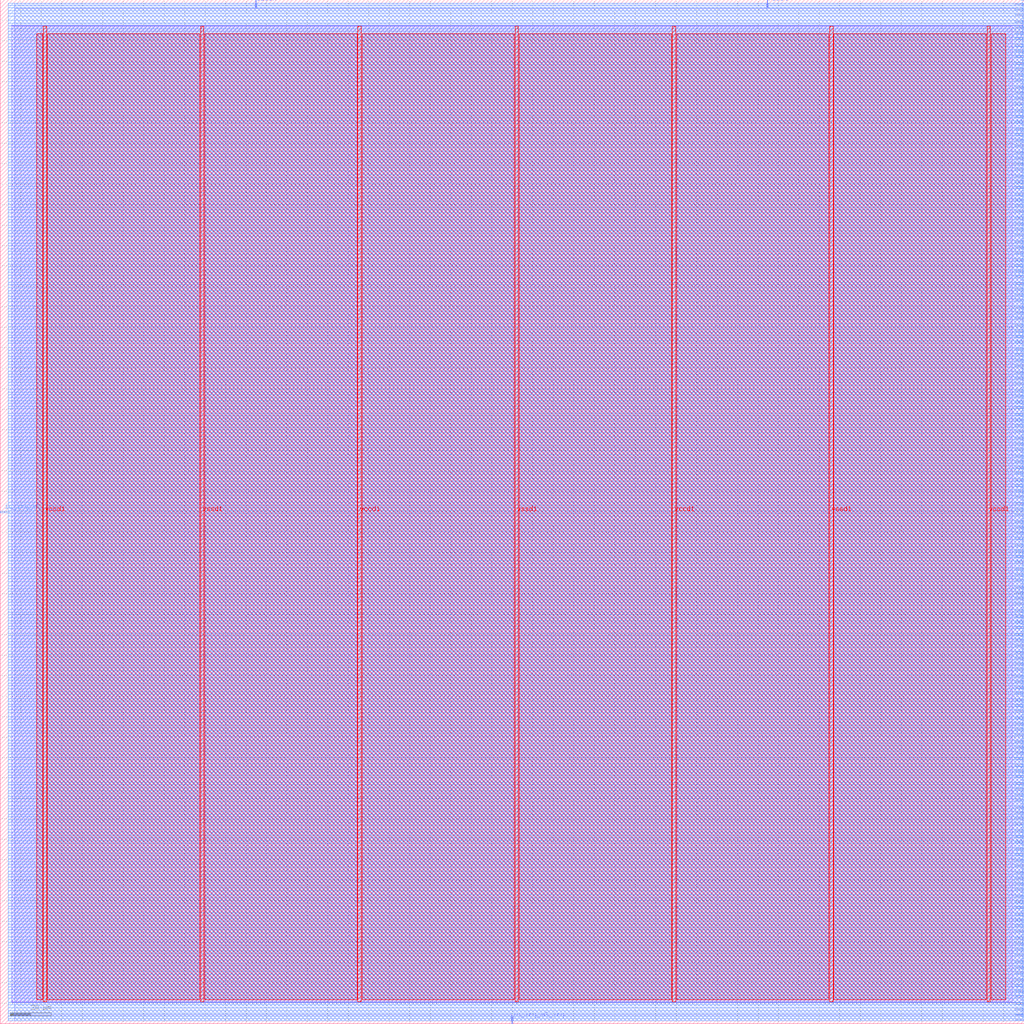
<source format=lef>
VERSION 5.7 ;
  NOWIREEXTENSIONATPIN ON ;
  DIVIDERCHAR "/" ;
  BUSBITCHARS "[]" ;
MACRO Core
  CLASS BLOCK ;
  FOREIGN Core ;
  ORIGIN 0.000 0.000 ;
  SIZE 500.000 BY 500.000 ;
  PIN clock
    DIRECTION INPUT ;
    USE SIGNAL ;
    PORT
      LAYER met2 ;
        RECT 124.750 496.000 125.030 500.000 ;
    END
  END clock
  PIN io_dbus_addr[0]
    DIRECTION OUTPUT TRISTATE ;
    USE SIGNAL ;
    PORT
      LAYER met3 ;
        RECT 496.000 9.560 500.000 10.160 ;
    END
  END io_dbus_addr[0]
  PIN io_dbus_addr[10]
    DIRECTION OUTPUT TRISTATE ;
    USE SIGNAL ;
    PORT
      LAYER met3 ;
        RECT 496.000 111.560 500.000 112.160 ;
    END
  END io_dbus_addr[10]
  PIN io_dbus_addr[11]
    DIRECTION OUTPUT TRISTATE ;
    USE SIGNAL ;
    PORT
      LAYER met3 ;
        RECT 496.000 120.400 500.000 121.000 ;
    END
  END io_dbus_addr[11]
  PIN io_dbus_addr[12]
    DIRECTION OUTPUT TRISTATE ;
    USE SIGNAL ;
    PORT
      LAYER met3 ;
        RECT 496.000 129.240 500.000 129.840 ;
    END
  END io_dbus_addr[12]
  PIN io_dbus_addr[13]
    DIRECTION OUTPUT TRISTATE ;
    USE SIGNAL ;
    PORT
      LAYER met3 ;
        RECT 496.000 137.400 500.000 138.000 ;
    END
  END io_dbus_addr[13]
  PIN io_dbus_addr[14]
    DIRECTION OUTPUT TRISTATE ;
    USE SIGNAL ;
    PORT
      LAYER met3 ;
        RECT 496.000 146.240 500.000 146.840 ;
    END
  END io_dbus_addr[14]
  PIN io_dbus_addr[15]
    DIRECTION OUTPUT TRISTATE ;
    USE SIGNAL ;
    PORT
      LAYER met3 ;
        RECT 496.000 155.080 500.000 155.680 ;
    END
  END io_dbus_addr[15]
  PIN io_dbus_addr[16]
    DIRECTION OUTPUT TRISTATE ;
    USE SIGNAL ;
    PORT
      LAYER met3 ;
        RECT 496.000 163.920 500.000 164.520 ;
    END
  END io_dbus_addr[16]
  PIN io_dbus_addr[17]
    DIRECTION OUTPUT TRISTATE ;
    USE SIGNAL ;
    PORT
      LAYER met3 ;
        RECT 496.000 172.760 500.000 173.360 ;
    END
  END io_dbus_addr[17]
  PIN io_dbus_addr[18]
    DIRECTION OUTPUT TRISTATE ;
    USE SIGNAL ;
    PORT
      LAYER met3 ;
        RECT 496.000 180.920 500.000 181.520 ;
    END
  END io_dbus_addr[18]
  PIN io_dbus_addr[19]
    DIRECTION OUTPUT TRISTATE ;
    USE SIGNAL ;
    PORT
      LAYER met3 ;
        RECT 496.000 189.760 500.000 190.360 ;
    END
  END io_dbus_addr[19]
  PIN io_dbus_addr[1]
    DIRECTION OUTPUT TRISTATE ;
    USE SIGNAL ;
    PORT
      LAYER met3 ;
        RECT 496.000 24.520 500.000 25.120 ;
    END
  END io_dbus_addr[1]
  PIN io_dbus_addr[20]
    DIRECTION OUTPUT TRISTATE ;
    USE SIGNAL ;
    PORT
      LAYER met3 ;
        RECT 496.000 198.600 500.000 199.200 ;
    END
  END io_dbus_addr[20]
  PIN io_dbus_addr[21]
    DIRECTION OUTPUT TRISTATE ;
    USE SIGNAL ;
    PORT
      LAYER met3 ;
        RECT 496.000 207.440 500.000 208.040 ;
    END
  END io_dbus_addr[21]
  PIN io_dbus_addr[22]
    DIRECTION OUTPUT TRISTATE ;
    USE SIGNAL ;
    PORT
      LAYER met3 ;
        RECT 496.000 216.280 500.000 216.880 ;
    END
  END io_dbus_addr[22]
  PIN io_dbus_addr[23]
    DIRECTION OUTPUT TRISTATE ;
    USE SIGNAL ;
    PORT
      LAYER met3 ;
        RECT 496.000 225.120 500.000 225.720 ;
    END
  END io_dbus_addr[23]
  PIN io_dbus_addr[24]
    DIRECTION OUTPUT TRISTATE ;
    USE SIGNAL ;
    PORT
      LAYER met3 ;
        RECT 496.000 233.280 500.000 233.880 ;
    END
  END io_dbus_addr[24]
  PIN io_dbus_addr[25]
    DIRECTION OUTPUT TRISTATE ;
    USE SIGNAL ;
    PORT
      LAYER met3 ;
        RECT 496.000 242.120 500.000 242.720 ;
    END
  END io_dbus_addr[25]
  PIN io_dbus_addr[26]
    DIRECTION OUTPUT TRISTATE ;
    USE SIGNAL ;
    PORT
      LAYER met3 ;
        RECT 496.000 250.960 500.000 251.560 ;
    END
  END io_dbus_addr[26]
  PIN io_dbus_addr[27]
    DIRECTION OUTPUT TRISTATE ;
    USE SIGNAL ;
    PORT
      LAYER met3 ;
        RECT 496.000 259.800 500.000 260.400 ;
    END
  END io_dbus_addr[27]
  PIN io_dbus_addr[28]
    DIRECTION OUTPUT TRISTATE ;
    USE SIGNAL ;
    PORT
      LAYER met3 ;
        RECT 496.000 268.640 500.000 269.240 ;
    END
  END io_dbus_addr[28]
  PIN io_dbus_addr[29]
    DIRECTION OUTPUT TRISTATE ;
    USE SIGNAL ;
    PORT
      LAYER met3 ;
        RECT 496.000 276.800 500.000 277.400 ;
    END
  END io_dbus_addr[29]
  PIN io_dbus_addr[2]
    DIRECTION OUTPUT TRISTATE ;
    USE SIGNAL ;
    PORT
      LAYER met3 ;
        RECT 496.000 38.800 500.000 39.400 ;
    END
  END io_dbus_addr[2]
  PIN io_dbus_addr[30]
    DIRECTION OUTPUT TRISTATE ;
    USE SIGNAL ;
    PORT
      LAYER met3 ;
        RECT 496.000 285.640 500.000 286.240 ;
    END
  END io_dbus_addr[30]
  PIN io_dbus_addr[31]
    DIRECTION OUTPUT TRISTATE ;
    USE SIGNAL ;
    PORT
      LAYER met3 ;
        RECT 496.000 294.480 500.000 295.080 ;
    END
  END io_dbus_addr[31]
  PIN io_dbus_addr[3]
    DIRECTION OUTPUT TRISTATE ;
    USE SIGNAL ;
    PORT
      LAYER met3 ;
        RECT 496.000 50.360 500.000 50.960 ;
    END
  END io_dbus_addr[3]
  PIN io_dbus_addr[4]
    DIRECTION OUTPUT TRISTATE ;
    USE SIGNAL ;
    PORT
      LAYER met3 ;
        RECT 496.000 59.200 500.000 59.800 ;
    END
  END io_dbus_addr[4]
  PIN io_dbus_addr[5]
    DIRECTION OUTPUT TRISTATE ;
    USE SIGNAL ;
    PORT
      LAYER met3 ;
        RECT 496.000 68.040 500.000 68.640 ;
    END
  END io_dbus_addr[5]
  PIN io_dbus_addr[6]
    DIRECTION OUTPUT TRISTATE ;
    USE SIGNAL ;
    PORT
      LAYER met3 ;
        RECT 496.000 76.880 500.000 77.480 ;
    END
  END io_dbus_addr[6]
  PIN io_dbus_addr[7]
    DIRECTION OUTPUT TRISTATE ;
    USE SIGNAL ;
    PORT
      LAYER met3 ;
        RECT 496.000 85.040 500.000 85.640 ;
    END
  END io_dbus_addr[7]
  PIN io_dbus_addr[8]
    DIRECTION OUTPUT TRISTATE ;
    USE SIGNAL ;
    PORT
      LAYER met3 ;
        RECT 496.000 93.880 500.000 94.480 ;
    END
  END io_dbus_addr[8]
  PIN io_dbus_addr[9]
    DIRECTION OUTPUT TRISTATE ;
    USE SIGNAL ;
    PORT
      LAYER met3 ;
        RECT 496.000 102.720 500.000 103.320 ;
    END
  END io_dbus_addr[9]
  PIN io_dbus_ld_type[0]
    DIRECTION OUTPUT TRISTATE ;
    USE SIGNAL ;
    PORT
      LAYER met3 ;
        RECT 496.000 12.960 500.000 13.560 ;
    END
  END io_dbus_ld_type[0]
  PIN io_dbus_ld_type[1]
    DIRECTION OUTPUT TRISTATE ;
    USE SIGNAL ;
    PORT
      LAYER met3 ;
        RECT 496.000 27.240 500.000 27.840 ;
    END
  END io_dbus_ld_type[1]
  PIN io_dbus_ld_type[2]
    DIRECTION OUTPUT TRISTATE ;
    USE SIGNAL ;
    PORT
      LAYER met3 ;
        RECT 496.000 41.520 500.000 42.120 ;
    END
  END io_dbus_ld_type[2]
  PIN io_dbus_rd_en
    DIRECTION OUTPUT TRISTATE ;
    USE SIGNAL ;
    PORT
      LAYER met3 ;
        RECT 496.000 1.400 500.000 2.000 ;
    END
  END io_dbus_rd_en
  PIN io_dbus_rdata[0]
    DIRECTION INPUT ;
    USE SIGNAL ;
    PORT
      LAYER met3 ;
        RECT 496.000 15.680 500.000 16.280 ;
    END
  END io_dbus_rdata[0]
  PIN io_dbus_rdata[10]
    DIRECTION INPUT ;
    USE SIGNAL ;
    PORT
      LAYER met3 ;
        RECT 496.000 114.280 500.000 114.880 ;
    END
  END io_dbus_rdata[10]
  PIN io_dbus_rdata[11]
    DIRECTION INPUT ;
    USE SIGNAL ;
    PORT
      LAYER met3 ;
        RECT 496.000 123.120 500.000 123.720 ;
    END
  END io_dbus_rdata[11]
  PIN io_dbus_rdata[12]
    DIRECTION INPUT ;
    USE SIGNAL ;
    PORT
      LAYER met3 ;
        RECT 496.000 131.960 500.000 132.560 ;
    END
  END io_dbus_rdata[12]
  PIN io_dbus_rdata[13]
    DIRECTION INPUT ;
    USE SIGNAL ;
    PORT
      LAYER met3 ;
        RECT 496.000 140.800 500.000 141.400 ;
    END
  END io_dbus_rdata[13]
  PIN io_dbus_rdata[14]
    DIRECTION INPUT ;
    USE SIGNAL ;
    PORT
      LAYER met3 ;
        RECT 496.000 148.960 500.000 149.560 ;
    END
  END io_dbus_rdata[14]
  PIN io_dbus_rdata[15]
    DIRECTION INPUT ;
    USE SIGNAL ;
    PORT
      LAYER met3 ;
        RECT 496.000 157.800 500.000 158.400 ;
    END
  END io_dbus_rdata[15]
  PIN io_dbus_rdata[16]
    DIRECTION INPUT ;
    USE SIGNAL ;
    PORT
      LAYER met3 ;
        RECT 496.000 166.640 500.000 167.240 ;
    END
  END io_dbus_rdata[16]
  PIN io_dbus_rdata[17]
    DIRECTION INPUT ;
    USE SIGNAL ;
    PORT
      LAYER met3 ;
        RECT 496.000 175.480 500.000 176.080 ;
    END
  END io_dbus_rdata[17]
  PIN io_dbus_rdata[18]
    DIRECTION INPUT ;
    USE SIGNAL ;
    PORT
      LAYER met3 ;
        RECT 496.000 184.320 500.000 184.920 ;
    END
  END io_dbus_rdata[18]
  PIN io_dbus_rdata[19]
    DIRECTION INPUT ;
    USE SIGNAL ;
    PORT
      LAYER met3 ;
        RECT 496.000 193.160 500.000 193.760 ;
    END
  END io_dbus_rdata[19]
  PIN io_dbus_rdata[1]
    DIRECTION INPUT ;
    USE SIGNAL ;
    PORT
      LAYER met3 ;
        RECT 496.000 29.960 500.000 30.560 ;
    END
  END io_dbus_rdata[1]
  PIN io_dbus_rdata[20]
    DIRECTION INPUT ;
    USE SIGNAL ;
    PORT
      LAYER met3 ;
        RECT 496.000 201.320 500.000 201.920 ;
    END
  END io_dbus_rdata[20]
  PIN io_dbus_rdata[21]
    DIRECTION INPUT ;
    USE SIGNAL ;
    PORT
      LAYER met3 ;
        RECT 496.000 210.160 500.000 210.760 ;
    END
  END io_dbus_rdata[21]
  PIN io_dbus_rdata[22]
    DIRECTION INPUT ;
    USE SIGNAL ;
    PORT
      LAYER met3 ;
        RECT 496.000 219.000 500.000 219.600 ;
    END
  END io_dbus_rdata[22]
  PIN io_dbus_rdata[23]
    DIRECTION INPUT ;
    USE SIGNAL ;
    PORT
      LAYER met3 ;
        RECT 496.000 227.840 500.000 228.440 ;
    END
  END io_dbus_rdata[23]
  PIN io_dbus_rdata[24]
    DIRECTION INPUT ;
    USE SIGNAL ;
    PORT
      LAYER met3 ;
        RECT 496.000 236.680 500.000 237.280 ;
    END
  END io_dbus_rdata[24]
  PIN io_dbus_rdata[25]
    DIRECTION INPUT ;
    USE SIGNAL ;
    PORT
      LAYER met3 ;
        RECT 496.000 244.840 500.000 245.440 ;
    END
  END io_dbus_rdata[25]
  PIN io_dbus_rdata[26]
    DIRECTION INPUT ;
    USE SIGNAL ;
    PORT
      LAYER met3 ;
        RECT 496.000 253.680 500.000 254.280 ;
    END
  END io_dbus_rdata[26]
  PIN io_dbus_rdata[27]
    DIRECTION INPUT ;
    USE SIGNAL ;
    PORT
      LAYER met3 ;
        RECT 496.000 262.520 500.000 263.120 ;
    END
  END io_dbus_rdata[27]
  PIN io_dbus_rdata[28]
    DIRECTION INPUT ;
    USE SIGNAL ;
    PORT
      LAYER met3 ;
        RECT 496.000 271.360 500.000 271.960 ;
    END
  END io_dbus_rdata[28]
  PIN io_dbus_rdata[29]
    DIRECTION INPUT ;
    USE SIGNAL ;
    PORT
      LAYER met3 ;
        RECT 496.000 280.200 500.000 280.800 ;
    END
  END io_dbus_rdata[29]
  PIN io_dbus_rdata[2]
    DIRECTION INPUT ;
    USE SIGNAL ;
    PORT
      LAYER met3 ;
        RECT 496.000 44.920 500.000 45.520 ;
    END
  END io_dbus_rdata[2]
  PIN io_dbus_rdata[30]
    DIRECTION INPUT ;
    USE SIGNAL ;
    PORT
      LAYER met3 ;
        RECT 496.000 289.040 500.000 289.640 ;
    END
  END io_dbus_rdata[30]
  PIN io_dbus_rdata[31]
    DIRECTION INPUT ;
    USE SIGNAL ;
    PORT
      LAYER met3 ;
        RECT 496.000 297.200 500.000 297.800 ;
    END
  END io_dbus_rdata[31]
  PIN io_dbus_rdata[3]
    DIRECTION INPUT ;
    USE SIGNAL ;
    PORT
      LAYER met3 ;
        RECT 496.000 53.080 500.000 53.680 ;
    END
  END io_dbus_rdata[3]
  PIN io_dbus_rdata[4]
    DIRECTION INPUT ;
    USE SIGNAL ;
    PORT
      LAYER met3 ;
        RECT 496.000 61.920 500.000 62.520 ;
    END
  END io_dbus_rdata[4]
  PIN io_dbus_rdata[5]
    DIRECTION INPUT ;
    USE SIGNAL ;
    PORT
      LAYER met3 ;
        RECT 496.000 70.760 500.000 71.360 ;
    END
  END io_dbus_rdata[5]
  PIN io_dbus_rdata[6]
    DIRECTION INPUT ;
    USE SIGNAL ;
    PORT
      LAYER met3 ;
        RECT 496.000 79.600 500.000 80.200 ;
    END
  END io_dbus_rdata[6]
  PIN io_dbus_rdata[7]
    DIRECTION INPUT ;
    USE SIGNAL ;
    PORT
      LAYER met3 ;
        RECT 496.000 88.440 500.000 89.040 ;
    END
  END io_dbus_rdata[7]
  PIN io_dbus_rdata[8]
    DIRECTION INPUT ;
    USE SIGNAL ;
    PORT
      LAYER met3 ;
        RECT 496.000 97.280 500.000 97.880 ;
    END
  END io_dbus_rdata[8]
  PIN io_dbus_rdata[9]
    DIRECTION INPUT ;
    USE SIGNAL ;
    PORT
      LAYER met3 ;
        RECT 496.000 105.440 500.000 106.040 ;
    END
  END io_dbus_rdata[9]
  PIN io_dbus_st_type[0]
    DIRECTION OUTPUT TRISTATE ;
    USE SIGNAL ;
    PORT
      LAYER met3 ;
        RECT 496.000 18.400 500.000 19.000 ;
    END
  END io_dbus_st_type[0]
  PIN io_dbus_st_type[1]
    DIRECTION OUTPUT TRISTATE ;
    USE SIGNAL ;
    PORT
      LAYER met3 ;
        RECT 496.000 33.360 500.000 33.960 ;
    END
  END io_dbus_st_type[1]
  PIN io_dbus_valid
    DIRECTION INPUT ;
    USE SIGNAL ;
    PORT
      LAYER met3 ;
        RECT 496.000 4.120 500.000 4.720 ;
    END
  END io_dbus_valid
  PIN io_dbus_wdata[0]
    DIRECTION OUTPUT TRISTATE ;
    USE SIGNAL ;
    PORT
      LAYER met3 ;
        RECT 496.000 21.120 500.000 21.720 ;
    END
  END io_dbus_wdata[0]
  PIN io_dbus_wdata[10]
    DIRECTION OUTPUT TRISTATE ;
    USE SIGNAL ;
    PORT
      LAYER met3 ;
        RECT 496.000 117.000 500.000 117.600 ;
    END
  END io_dbus_wdata[10]
  PIN io_dbus_wdata[11]
    DIRECTION OUTPUT TRISTATE ;
    USE SIGNAL ;
    PORT
      LAYER met3 ;
        RECT 496.000 125.840 500.000 126.440 ;
    END
  END io_dbus_wdata[11]
  PIN io_dbus_wdata[12]
    DIRECTION OUTPUT TRISTATE ;
    USE SIGNAL ;
    PORT
      LAYER met3 ;
        RECT 496.000 134.680 500.000 135.280 ;
    END
  END io_dbus_wdata[12]
  PIN io_dbus_wdata[13]
    DIRECTION OUTPUT TRISTATE ;
    USE SIGNAL ;
    PORT
      LAYER met3 ;
        RECT 496.000 143.520 500.000 144.120 ;
    END
  END io_dbus_wdata[13]
  PIN io_dbus_wdata[14]
    DIRECTION OUTPUT TRISTATE ;
    USE SIGNAL ;
    PORT
      LAYER met3 ;
        RECT 496.000 152.360 500.000 152.960 ;
    END
  END io_dbus_wdata[14]
  PIN io_dbus_wdata[15]
    DIRECTION OUTPUT TRISTATE ;
    USE SIGNAL ;
    PORT
      LAYER met3 ;
        RECT 496.000 161.200 500.000 161.800 ;
    END
  END io_dbus_wdata[15]
  PIN io_dbus_wdata[16]
    DIRECTION OUTPUT TRISTATE ;
    USE SIGNAL ;
    PORT
      LAYER met3 ;
        RECT 496.000 169.360 500.000 169.960 ;
    END
  END io_dbus_wdata[16]
  PIN io_dbus_wdata[17]
    DIRECTION OUTPUT TRISTATE ;
    USE SIGNAL ;
    PORT
      LAYER met3 ;
        RECT 496.000 178.200 500.000 178.800 ;
    END
  END io_dbus_wdata[17]
  PIN io_dbus_wdata[18]
    DIRECTION OUTPUT TRISTATE ;
    USE SIGNAL ;
    PORT
      LAYER met3 ;
        RECT 496.000 187.040 500.000 187.640 ;
    END
  END io_dbus_wdata[18]
  PIN io_dbus_wdata[19]
    DIRECTION OUTPUT TRISTATE ;
    USE SIGNAL ;
    PORT
      LAYER met3 ;
        RECT 496.000 195.880 500.000 196.480 ;
    END
  END io_dbus_wdata[19]
  PIN io_dbus_wdata[1]
    DIRECTION OUTPUT TRISTATE ;
    USE SIGNAL ;
    PORT
      LAYER met3 ;
        RECT 496.000 36.080 500.000 36.680 ;
    END
  END io_dbus_wdata[1]
  PIN io_dbus_wdata[20]
    DIRECTION OUTPUT TRISTATE ;
    USE SIGNAL ;
    PORT
      LAYER met3 ;
        RECT 496.000 204.720 500.000 205.320 ;
    END
  END io_dbus_wdata[20]
  PIN io_dbus_wdata[21]
    DIRECTION OUTPUT TRISTATE ;
    USE SIGNAL ;
    PORT
      LAYER met3 ;
        RECT 496.000 212.880 500.000 213.480 ;
    END
  END io_dbus_wdata[21]
  PIN io_dbus_wdata[22]
    DIRECTION OUTPUT TRISTATE ;
    USE SIGNAL ;
    PORT
      LAYER met3 ;
        RECT 496.000 221.720 500.000 222.320 ;
    END
  END io_dbus_wdata[22]
  PIN io_dbus_wdata[23]
    DIRECTION OUTPUT TRISTATE ;
    USE SIGNAL ;
    PORT
      LAYER met3 ;
        RECT 496.000 230.560 500.000 231.160 ;
    END
  END io_dbus_wdata[23]
  PIN io_dbus_wdata[24]
    DIRECTION OUTPUT TRISTATE ;
    USE SIGNAL ;
    PORT
      LAYER met3 ;
        RECT 496.000 239.400 500.000 240.000 ;
    END
  END io_dbus_wdata[24]
  PIN io_dbus_wdata[25]
    DIRECTION OUTPUT TRISTATE ;
    USE SIGNAL ;
    PORT
      LAYER met3 ;
        RECT 496.000 248.240 500.000 248.840 ;
    END
  END io_dbus_wdata[25]
  PIN io_dbus_wdata[26]
    DIRECTION OUTPUT TRISTATE ;
    USE SIGNAL ;
    PORT
      LAYER met3 ;
        RECT 496.000 257.080 500.000 257.680 ;
    END
  END io_dbus_wdata[26]
  PIN io_dbus_wdata[27]
    DIRECTION OUTPUT TRISTATE ;
    USE SIGNAL ;
    PORT
      LAYER met3 ;
        RECT 496.000 265.240 500.000 265.840 ;
    END
  END io_dbus_wdata[27]
  PIN io_dbus_wdata[28]
    DIRECTION OUTPUT TRISTATE ;
    USE SIGNAL ;
    PORT
      LAYER met3 ;
        RECT 496.000 274.080 500.000 274.680 ;
    END
  END io_dbus_wdata[28]
  PIN io_dbus_wdata[29]
    DIRECTION OUTPUT TRISTATE ;
    USE SIGNAL ;
    PORT
      LAYER met3 ;
        RECT 496.000 282.920 500.000 283.520 ;
    END
  END io_dbus_wdata[29]
  PIN io_dbus_wdata[2]
    DIRECTION OUTPUT TRISTATE ;
    USE SIGNAL ;
    PORT
      LAYER met3 ;
        RECT 496.000 47.640 500.000 48.240 ;
    END
  END io_dbus_wdata[2]
  PIN io_dbus_wdata[30]
    DIRECTION OUTPUT TRISTATE ;
    USE SIGNAL ;
    PORT
      LAYER met3 ;
        RECT 496.000 291.760 500.000 292.360 ;
    END
  END io_dbus_wdata[30]
  PIN io_dbus_wdata[31]
    DIRECTION OUTPUT TRISTATE ;
    USE SIGNAL ;
    PORT
      LAYER met3 ;
        RECT 496.000 300.600 500.000 301.200 ;
    END
  END io_dbus_wdata[31]
  PIN io_dbus_wdata[3]
    DIRECTION OUTPUT TRISTATE ;
    USE SIGNAL ;
    PORT
      LAYER met3 ;
        RECT 496.000 56.480 500.000 57.080 ;
    END
  END io_dbus_wdata[3]
  PIN io_dbus_wdata[4]
    DIRECTION OUTPUT TRISTATE ;
    USE SIGNAL ;
    PORT
      LAYER met3 ;
        RECT 496.000 65.320 500.000 65.920 ;
    END
  END io_dbus_wdata[4]
  PIN io_dbus_wdata[5]
    DIRECTION OUTPUT TRISTATE ;
    USE SIGNAL ;
    PORT
      LAYER met3 ;
        RECT 496.000 73.480 500.000 74.080 ;
    END
  END io_dbus_wdata[5]
  PIN io_dbus_wdata[6]
    DIRECTION OUTPUT TRISTATE ;
    USE SIGNAL ;
    PORT
      LAYER met3 ;
        RECT 496.000 82.320 500.000 82.920 ;
    END
  END io_dbus_wdata[6]
  PIN io_dbus_wdata[7]
    DIRECTION OUTPUT TRISTATE ;
    USE SIGNAL ;
    PORT
      LAYER met3 ;
        RECT 496.000 91.160 500.000 91.760 ;
    END
  END io_dbus_wdata[7]
  PIN io_dbus_wdata[8]
    DIRECTION OUTPUT TRISTATE ;
    USE SIGNAL ;
    PORT
      LAYER met3 ;
        RECT 496.000 100.000 500.000 100.600 ;
    END
  END io_dbus_wdata[8]
  PIN io_dbus_wdata[9]
    DIRECTION OUTPUT TRISTATE ;
    USE SIGNAL ;
    PORT
      LAYER met3 ;
        RECT 496.000 108.840 500.000 109.440 ;
    END
  END io_dbus_wdata[9]
  PIN io_dbus_wr_en
    DIRECTION OUTPUT TRISTATE ;
    USE SIGNAL ;
    PORT
      LAYER met3 ;
        RECT 496.000 6.840 500.000 7.440 ;
    END
  END io_dbus_wr_en
  PIN io_ibus_addr[0]
    DIRECTION OUTPUT TRISTATE ;
    USE SIGNAL ;
    PORT
      LAYER met3 ;
        RECT 496.000 306.040 500.000 306.640 ;
    END
  END io_ibus_addr[0]
  PIN io_ibus_addr[10]
    DIRECTION OUTPUT TRISTATE ;
    USE SIGNAL ;
    PORT
      LAYER met3 ;
        RECT 496.000 364.520 500.000 365.120 ;
    END
  END io_ibus_addr[10]
  PIN io_ibus_addr[11]
    DIRECTION OUTPUT TRISTATE ;
    USE SIGNAL ;
    PORT
      LAYER met3 ;
        RECT 496.000 369.960 500.000 370.560 ;
    END
  END io_ibus_addr[11]
  PIN io_ibus_addr[12]
    DIRECTION OUTPUT TRISTATE ;
    USE SIGNAL ;
    PORT
      LAYER met3 ;
        RECT 496.000 376.080 500.000 376.680 ;
    END
  END io_ibus_addr[12]
  PIN io_ibus_addr[13]
    DIRECTION OUTPUT TRISTATE ;
    USE SIGNAL ;
    PORT
      LAYER met3 ;
        RECT 496.000 381.520 500.000 382.120 ;
    END
  END io_ibus_addr[13]
  PIN io_ibus_addr[14]
    DIRECTION OUTPUT TRISTATE ;
    USE SIGNAL ;
    PORT
      LAYER met3 ;
        RECT 496.000 387.640 500.000 388.240 ;
    END
  END io_ibus_addr[14]
  PIN io_ibus_addr[15]
    DIRECTION OUTPUT TRISTATE ;
    USE SIGNAL ;
    PORT
      LAYER met3 ;
        RECT 496.000 393.080 500.000 393.680 ;
    END
  END io_ibus_addr[15]
  PIN io_ibus_addr[16]
    DIRECTION OUTPUT TRISTATE ;
    USE SIGNAL ;
    PORT
      LAYER met3 ;
        RECT 496.000 399.200 500.000 399.800 ;
    END
  END io_ibus_addr[16]
  PIN io_ibus_addr[17]
    DIRECTION OUTPUT TRISTATE ;
    USE SIGNAL ;
    PORT
      LAYER met3 ;
        RECT 496.000 404.640 500.000 405.240 ;
    END
  END io_ibus_addr[17]
  PIN io_ibus_addr[18]
    DIRECTION OUTPUT TRISTATE ;
    USE SIGNAL ;
    PORT
      LAYER met3 ;
        RECT 496.000 410.760 500.000 411.360 ;
    END
  END io_ibus_addr[18]
  PIN io_ibus_addr[19]
    DIRECTION OUTPUT TRISTATE ;
    USE SIGNAL ;
    PORT
      LAYER met3 ;
        RECT 496.000 416.880 500.000 417.480 ;
    END
  END io_ibus_addr[19]
  PIN io_ibus_addr[1]
    DIRECTION OUTPUT TRISTATE ;
    USE SIGNAL ;
    PORT
      LAYER met3 ;
        RECT 496.000 312.160 500.000 312.760 ;
    END
  END io_ibus_addr[1]
  PIN io_ibus_addr[20]
    DIRECTION OUTPUT TRISTATE ;
    USE SIGNAL ;
    PORT
      LAYER met3 ;
        RECT 496.000 422.320 500.000 422.920 ;
    END
  END io_ibus_addr[20]
  PIN io_ibus_addr[21]
    DIRECTION OUTPUT TRISTATE ;
    USE SIGNAL ;
    PORT
      LAYER met3 ;
        RECT 496.000 428.440 500.000 429.040 ;
    END
  END io_ibus_addr[21]
  PIN io_ibus_addr[22]
    DIRECTION OUTPUT TRISTATE ;
    USE SIGNAL ;
    PORT
      LAYER met3 ;
        RECT 496.000 433.880 500.000 434.480 ;
    END
  END io_ibus_addr[22]
  PIN io_ibus_addr[23]
    DIRECTION OUTPUT TRISTATE ;
    USE SIGNAL ;
    PORT
      LAYER met3 ;
        RECT 496.000 440.000 500.000 440.600 ;
    END
  END io_ibus_addr[23]
  PIN io_ibus_addr[24]
    DIRECTION OUTPUT TRISTATE ;
    USE SIGNAL ;
    PORT
      LAYER met3 ;
        RECT 496.000 445.440 500.000 446.040 ;
    END
  END io_ibus_addr[24]
  PIN io_ibus_addr[25]
    DIRECTION OUTPUT TRISTATE ;
    USE SIGNAL ;
    PORT
      LAYER met3 ;
        RECT 496.000 451.560 500.000 452.160 ;
    END
  END io_ibus_addr[25]
  PIN io_ibus_addr[26]
    DIRECTION OUTPUT TRISTATE ;
    USE SIGNAL ;
    PORT
      LAYER met3 ;
        RECT 496.000 457.000 500.000 457.600 ;
    END
  END io_ibus_addr[26]
  PIN io_ibus_addr[27]
    DIRECTION OUTPUT TRISTATE ;
    USE SIGNAL ;
    PORT
      LAYER met3 ;
        RECT 496.000 463.120 500.000 463.720 ;
    END
  END io_ibus_addr[27]
  PIN io_ibus_addr[28]
    DIRECTION OUTPUT TRISTATE ;
    USE SIGNAL ;
    PORT
      LAYER met3 ;
        RECT 496.000 468.560 500.000 469.160 ;
    END
  END io_ibus_addr[28]
  PIN io_ibus_addr[29]
    DIRECTION OUTPUT TRISTATE ;
    USE SIGNAL ;
    PORT
      LAYER met3 ;
        RECT 496.000 474.680 500.000 475.280 ;
    END
  END io_ibus_addr[29]
  PIN io_ibus_addr[2]
    DIRECTION OUTPUT TRISTATE ;
    USE SIGNAL ;
    PORT
      LAYER met3 ;
        RECT 496.000 317.600 500.000 318.200 ;
    END
  END io_ibus_addr[2]
  PIN io_ibus_addr[30]
    DIRECTION OUTPUT TRISTATE ;
    USE SIGNAL ;
    PORT
      LAYER met3 ;
        RECT 496.000 480.800 500.000 481.400 ;
    END
  END io_ibus_addr[30]
  PIN io_ibus_addr[31]
    DIRECTION OUTPUT TRISTATE ;
    USE SIGNAL ;
    PORT
      LAYER met3 ;
        RECT 496.000 486.240 500.000 486.840 ;
    END
  END io_ibus_addr[31]
  PIN io_ibus_addr[3]
    DIRECTION OUTPUT TRISTATE ;
    USE SIGNAL ;
    PORT
      LAYER met3 ;
        RECT 496.000 323.720 500.000 324.320 ;
    END
  END io_ibus_addr[3]
  PIN io_ibus_addr[4]
    DIRECTION OUTPUT TRISTATE ;
    USE SIGNAL ;
    PORT
      LAYER met3 ;
        RECT 496.000 329.160 500.000 329.760 ;
    END
  END io_ibus_addr[4]
  PIN io_ibus_addr[5]
    DIRECTION OUTPUT TRISTATE ;
    USE SIGNAL ;
    PORT
      LAYER met3 ;
        RECT 496.000 335.280 500.000 335.880 ;
    END
  END io_ibus_addr[5]
  PIN io_ibus_addr[6]
    DIRECTION OUTPUT TRISTATE ;
    USE SIGNAL ;
    PORT
      LAYER met3 ;
        RECT 496.000 340.720 500.000 341.320 ;
    END
  END io_ibus_addr[6]
  PIN io_ibus_addr[7]
    DIRECTION OUTPUT TRISTATE ;
    USE SIGNAL ;
    PORT
      LAYER met3 ;
        RECT 496.000 346.840 500.000 347.440 ;
    END
  END io_ibus_addr[7]
  PIN io_ibus_addr[8]
    DIRECTION OUTPUT TRISTATE ;
    USE SIGNAL ;
    PORT
      LAYER met3 ;
        RECT 496.000 352.960 500.000 353.560 ;
    END
  END io_ibus_addr[8]
  PIN io_ibus_addr[9]
    DIRECTION OUTPUT TRISTATE ;
    USE SIGNAL ;
    PORT
      LAYER met3 ;
        RECT 496.000 358.400 500.000 359.000 ;
    END
  END io_ibus_addr[9]
  PIN io_ibus_inst[0]
    DIRECTION INPUT ;
    USE SIGNAL ;
    PORT
      LAYER met3 ;
        RECT 496.000 308.760 500.000 309.360 ;
    END
  END io_ibus_inst[0]
  PIN io_ibus_inst[10]
    DIRECTION INPUT ;
    USE SIGNAL ;
    PORT
      LAYER met3 ;
        RECT 496.000 367.240 500.000 367.840 ;
    END
  END io_ibus_inst[10]
  PIN io_ibus_inst[11]
    DIRECTION INPUT ;
    USE SIGNAL ;
    PORT
      LAYER met3 ;
        RECT 496.000 372.680 500.000 373.280 ;
    END
  END io_ibus_inst[11]
  PIN io_ibus_inst[12]
    DIRECTION INPUT ;
    USE SIGNAL ;
    PORT
      LAYER met3 ;
        RECT 496.000 378.800 500.000 379.400 ;
    END
  END io_ibus_inst[12]
  PIN io_ibus_inst[13]
    DIRECTION INPUT ;
    USE SIGNAL ;
    PORT
      LAYER met3 ;
        RECT 496.000 384.920 500.000 385.520 ;
    END
  END io_ibus_inst[13]
  PIN io_ibus_inst[14]
    DIRECTION INPUT ;
    USE SIGNAL ;
    PORT
      LAYER met3 ;
        RECT 496.000 390.360 500.000 390.960 ;
    END
  END io_ibus_inst[14]
  PIN io_ibus_inst[15]
    DIRECTION INPUT ;
    USE SIGNAL ;
    PORT
      LAYER met3 ;
        RECT 496.000 396.480 500.000 397.080 ;
    END
  END io_ibus_inst[15]
  PIN io_ibus_inst[16]
    DIRECTION INPUT ;
    USE SIGNAL ;
    PORT
      LAYER met3 ;
        RECT 496.000 401.920 500.000 402.520 ;
    END
  END io_ibus_inst[16]
  PIN io_ibus_inst[17]
    DIRECTION INPUT ;
    USE SIGNAL ;
    PORT
      LAYER met3 ;
        RECT 496.000 408.040 500.000 408.640 ;
    END
  END io_ibus_inst[17]
  PIN io_ibus_inst[18]
    DIRECTION INPUT ;
    USE SIGNAL ;
    PORT
      LAYER met3 ;
        RECT 496.000 413.480 500.000 414.080 ;
    END
  END io_ibus_inst[18]
  PIN io_ibus_inst[19]
    DIRECTION INPUT ;
    USE SIGNAL ;
    PORT
      LAYER met3 ;
        RECT 496.000 419.600 500.000 420.200 ;
    END
  END io_ibus_inst[19]
  PIN io_ibus_inst[1]
    DIRECTION INPUT ;
    USE SIGNAL ;
    PORT
      LAYER met3 ;
        RECT 496.000 314.880 500.000 315.480 ;
    END
  END io_ibus_inst[1]
  PIN io_ibus_inst[20]
    DIRECTION INPUT ;
    USE SIGNAL ;
    PORT
      LAYER met3 ;
        RECT 496.000 425.040 500.000 425.640 ;
    END
  END io_ibus_inst[20]
  PIN io_ibus_inst[21]
    DIRECTION INPUT ;
    USE SIGNAL ;
    PORT
      LAYER met3 ;
        RECT 496.000 431.160 500.000 431.760 ;
    END
  END io_ibus_inst[21]
  PIN io_ibus_inst[22]
    DIRECTION INPUT ;
    USE SIGNAL ;
    PORT
      LAYER met3 ;
        RECT 496.000 436.600 500.000 437.200 ;
    END
  END io_ibus_inst[22]
  PIN io_ibus_inst[23]
    DIRECTION INPUT ;
    USE SIGNAL ;
    PORT
      LAYER met3 ;
        RECT 496.000 442.720 500.000 443.320 ;
    END
  END io_ibus_inst[23]
  PIN io_ibus_inst[24]
    DIRECTION INPUT ;
    USE SIGNAL ;
    PORT
      LAYER met3 ;
        RECT 496.000 448.840 500.000 449.440 ;
    END
  END io_ibus_inst[24]
  PIN io_ibus_inst[25]
    DIRECTION INPUT ;
    USE SIGNAL ;
    PORT
      LAYER met3 ;
        RECT 496.000 454.280 500.000 454.880 ;
    END
  END io_ibus_inst[25]
  PIN io_ibus_inst[26]
    DIRECTION INPUT ;
    USE SIGNAL ;
    PORT
      LAYER met3 ;
        RECT 496.000 460.400 500.000 461.000 ;
    END
  END io_ibus_inst[26]
  PIN io_ibus_inst[27]
    DIRECTION INPUT ;
    USE SIGNAL ;
    PORT
      LAYER met3 ;
        RECT 496.000 465.840 500.000 466.440 ;
    END
  END io_ibus_inst[27]
  PIN io_ibus_inst[28]
    DIRECTION INPUT ;
    USE SIGNAL ;
    PORT
      LAYER met3 ;
        RECT 496.000 471.960 500.000 472.560 ;
    END
  END io_ibus_inst[28]
  PIN io_ibus_inst[29]
    DIRECTION INPUT ;
    USE SIGNAL ;
    PORT
      LAYER met3 ;
        RECT 496.000 477.400 500.000 478.000 ;
    END
  END io_ibus_inst[29]
  PIN io_ibus_inst[2]
    DIRECTION INPUT ;
    USE SIGNAL ;
    PORT
      LAYER met3 ;
        RECT 496.000 321.000 500.000 321.600 ;
    END
  END io_ibus_inst[2]
  PIN io_ibus_inst[30]
    DIRECTION INPUT ;
    USE SIGNAL ;
    PORT
      LAYER met3 ;
        RECT 496.000 483.520 500.000 484.120 ;
    END
  END io_ibus_inst[30]
  PIN io_ibus_inst[31]
    DIRECTION INPUT ;
    USE SIGNAL ;
    PORT
      LAYER met3 ;
        RECT 496.000 488.960 500.000 489.560 ;
    END
  END io_ibus_inst[31]
  PIN io_ibus_inst[3]
    DIRECTION INPUT ;
    USE SIGNAL ;
    PORT
      LAYER met3 ;
        RECT 496.000 326.440 500.000 327.040 ;
    END
  END io_ibus_inst[3]
  PIN io_ibus_inst[4]
    DIRECTION INPUT ;
    USE SIGNAL ;
    PORT
      LAYER met3 ;
        RECT 496.000 332.560 500.000 333.160 ;
    END
  END io_ibus_inst[4]
  PIN io_ibus_inst[5]
    DIRECTION INPUT ;
    USE SIGNAL ;
    PORT
      LAYER met3 ;
        RECT 496.000 338.000 500.000 338.600 ;
    END
  END io_ibus_inst[5]
  PIN io_ibus_inst[6]
    DIRECTION INPUT ;
    USE SIGNAL ;
    PORT
      LAYER met3 ;
        RECT 496.000 344.120 500.000 344.720 ;
    END
  END io_ibus_inst[6]
  PIN io_ibus_inst[7]
    DIRECTION INPUT ;
    USE SIGNAL ;
    PORT
      LAYER met3 ;
        RECT 496.000 349.560 500.000 350.160 ;
    END
  END io_ibus_inst[7]
  PIN io_ibus_inst[8]
    DIRECTION INPUT ;
    USE SIGNAL ;
    PORT
      LAYER met3 ;
        RECT 496.000 355.680 500.000 356.280 ;
    END
  END io_ibus_inst[8]
  PIN io_ibus_inst[9]
    DIRECTION INPUT ;
    USE SIGNAL ;
    PORT
      LAYER met3 ;
        RECT 496.000 361.120 500.000 361.720 ;
    END
  END io_ibus_inst[9]
  PIN io_ibus_valid
    DIRECTION INPUT ;
    USE SIGNAL ;
    PORT
      LAYER met3 ;
        RECT 496.000 303.320 500.000 303.920 ;
    END
  END io_ibus_valid
  PIN io_irq_m1_irq
    DIRECTION INPUT ;
    USE SIGNAL ;
    PORT
      LAYER met3 ;
        RECT 496.000 497.800 500.000 498.400 ;
    END
  END io_irq_m1_irq
  PIN io_irq_m2_irq
    DIRECTION INPUT ;
    USE SIGNAL ;
    PORT
      LAYER met3 ;
        RECT 0.000 249.600 4.000 250.200 ;
    END
  END io_irq_m2_irq
  PIN io_irq_m3_irq
    DIRECTION INPUT ;
    USE SIGNAL ;
    PORT
      LAYER met2 ;
        RECT 249.870 0.000 250.150 4.000 ;
    END
  END io_irq_m3_irq
  PIN io_irq_spi_irq
    DIRECTION INPUT ;
    USE SIGNAL ;
    PORT
      LAYER met3 ;
        RECT 496.000 492.360 500.000 492.960 ;
    END
  END io_irq_spi_irq
  PIN io_irq_uart_irq
    DIRECTION INPUT ;
    USE SIGNAL ;
    PORT
      LAYER met3 ;
        RECT 496.000 495.080 500.000 495.680 ;
    END
  END io_irq_uart_irq
  PIN reset
    DIRECTION INPUT ;
    USE SIGNAL ;
    PORT
      LAYER met2 ;
        RECT 374.530 496.000 374.810 500.000 ;
    END
  END reset
  PIN vccd1
    DIRECTION INPUT ;
    USE POWER ;
    PORT
      LAYER met4 ;
        RECT 21.040 10.640 22.640 487.120 ;
    END
    PORT
      LAYER met4 ;
        RECT 174.640 10.640 176.240 487.120 ;
    END
    PORT
      LAYER met4 ;
        RECT 328.240 10.640 329.840 487.120 ;
    END
    PORT
      LAYER met4 ;
        RECT 481.840 10.640 483.440 487.120 ;
    END
  END vccd1
  PIN vssd1
    DIRECTION INPUT ;
    USE GROUND ;
    PORT
      LAYER met4 ;
        RECT 97.840 10.640 99.440 487.120 ;
    END
    PORT
      LAYER met4 ;
        RECT 251.440 10.640 253.040 487.120 ;
    END
    PORT
      LAYER met4 ;
        RECT 405.040 10.640 406.640 487.120 ;
    END
  END vssd1
  OBS
      LAYER li1 ;
        RECT 5.520 10.795 494.040 486.965 ;
      LAYER met1 ;
        RECT 5.520 10.240 499.490 487.520 ;
      LAYER met2 ;
        RECT 6.990 495.720 124.470 498.285 ;
        RECT 125.310 495.720 374.250 498.285 ;
        RECT 375.090 495.720 499.470 498.285 ;
        RECT 6.990 4.280 499.470 495.720 ;
        RECT 6.990 1.515 249.590 4.280 ;
        RECT 250.430 1.515 499.470 4.280 ;
      LAYER met3 ;
        RECT 4.000 497.400 495.600 498.265 ;
        RECT 4.000 496.080 499.495 497.400 ;
        RECT 4.000 494.680 495.600 496.080 ;
        RECT 4.000 493.360 499.495 494.680 ;
        RECT 4.000 491.960 495.600 493.360 ;
        RECT 4.000 489.960 499.495 491.960 ;
        RECT 4.000 488.560 495.600 489.960 ;
        RECT 4.000 487.240 499.495 488.560 ;
        RECT 4.000 485.840 495.600 487.240 ;
        RECT 4.000 484.520 499.495 485.840 ;
        RECT 4.000 483.120 495.600 484.520 ;
        RECT 4.000 481.800 499.495 483.120 ;
        RECT 4.000 480.400 495.600 481.800 ;
        RECT 4.000 478.400 499.495 480.400 ;
        RECT 4.000 477.000 495.600 478.400 ;
        RECT 4.000 475.680 499.495 477.000 ;
        RECT 4.000 474.280 495.600 475.680 ;
        RECT 4.000 472.960 499.495 474.280 ;
        RECT 4.000 471.560 495.600 472.960 ;
        RECT 4.000 469.560 499.495 471.560 ;
        RECT 4.000 468.160 495.600 469.560 ;
        RECT 4.000 466.840 499.495 468.160 ;
        RECT 4.000 465.440 495.600 466.840 ;
        RECT 4.000 464.120 499.495 465.440 ;
        RECT 4.000 462.720 495.600 464.120 ;
        RECT 4.000 461.400 499.495 462.720 ;
        RECT 4.000 460.000 495.600 461.400 ;
        RECT 4.000 458.000 499.495 460.000 ;
        RECT 4.000 456.600 495.600 458.000 ;
        RECT 4.000 455.280 499.495 456.600 ;
        RECT 4.000 453.880 495.600 455.280 ;
        RECT 4.000 452.560 499.495 453.880 ;
        RECT 4.000 451.160 495.600 452.560 ;
        RECT 4.000 449.840 499.495 451.160 ;
        RECT 4.000 448.440 495.600 449.840 ;
        RECT 4.000 446.440 499.495 448.440 ;
        RECT 4.000 445.040 495.600 446.440 ;
        RECT 4.000 443.720 499.495 445.040 ;
        RECT 4.000 442.320 495.600 443.720 ;
        RECT 4.000 441.000 499.495 442.320 ;
        RECT 4.000 439.600 495.600 441.000 ;
        RECT 4.000 437.600 499.495 439.600 ;
        RECT 4.000 436.200 495.600 437.600 ;
        RECT 4.000 434.880 499.495 436.200 ;
        RECT 4.000 433.480 495.600 434.880 ;
        RECT 4.000 432.160 499.495 433.480 ;
        RECT 4.000 430.760 495.600 432.160 ;
        RECT 4.000 429.440 499.495 430.760 ;
        RECT 4.000 428.040 495.600 429.440 ;
        RECT 4.000 426.040 499.495 428.040 ;
        RECT 4.000 424.640 495.600 426.040 ;
        RECT 4.000 423.320 499.495 424.640 ;
        RECT 4.000 421.920 495.600 423.320 ;
        RECT 4.000 420.600 499.495 421.920 ;
        RECT 4.000 419.200 495.600 420.600 ;
        RECT 4.000 417.880 499.495 419.200 ;
        RECT 4.000 416.480 495.600 417.880 ;
        RECT 4.000 414.480 499.495 416.480 ;
        RECT 4.000 413.080 495.600 414.480 ;
        RECT 4.000 411.760 499.495 413.080 ;
        RECT 4.000 410.360 495.600 411.760 ;
        RECT 4.000 409.040 499.495 410.360 ;
        RECT 4.000 407.640 495.600 409.040 ;
        RECT 4.000 405.640 499.495 407.640 ;
        RECT 4.000 404.240 495.600 405.640 ;
        RECT 4.000 402.920 499.495 404.240 ;
        RECT 4.000 401.520 495.600 402.920 ;
        RECT 4.000 400.200 499.495 401.520 ;
        RECT 4.000 398.800 495.600 400.200 ;
        RECT 4.000 397.480 499.495 398.800 ;
        RECT 4.000 396.080 495.600 397.480 ;
        RECT 4.000 394.080 499.495 396.080 ;
        RECT 4.000 392.680 495.600 394.080 ;
        RECT 4.000 391.360 499.495 392.680 ;
        RECT 4.000 389.960 495.600 391.360 ;
        RECT 4.000 388.640 499.495 389.960 ;
        RECT 4.000 387.240 495.600 388.640 ;
        RECT 4.000 385.920 499.495 387.240 ;
        RECT 4.000 384.520 495.600 385.920 ;
        RECT 4.000 382.520 499.495 384.520 ;
        RECT 4.000 381.120 495.600 382.520 ;
        RECT 4.000 379.800 499.495 381.120 ;
        RECT 4.000 378.400 495.600 379.800 ;
        RECT 4.000 377.080 499.495 378.400 ;
        RECT 4.000 375.680 495.600 377.080 ;
        RECT 4.000 373.680 499.495 375.680 ;
        RECT 4.000 372.280 495.600 373.680 ;
        RECT 4.000 370.960 499.495 372.280 ;
        RECT 4.000 369.560 495.600 370.960 ;
        RECT 4.000 368.240 499.495 369.560 ;
        RECT 4.000 366.840 495.600 368.240 ;
        RECT 4.000 365.520 499.495 366.840 ;
        RECT 4.000 364.120 495.600 365.520 ;
        RECT 4.000 362.120 499.495 364.120 ;
        RECT 4.000 360.720 495.600 362.120 ;
        RECT 4.000 359.400 499.495 360.720 ;
        RECT 4.000 358.000 495.600 359.400 ;
        RECT 4.000 356.680 499.495 358.000 ;
        RECT 4.000 355.280 495.600 356.680 ;
        RECT 4.000 353.960 499.495 355.280 ;
        RECT 4.000 352.560 495.600 353.960 ;
        RECT 4.000 350.560 499.495 352.560 ;
        RECT 4.000 349.160 495.600 350.560 ;
        RECT 4.000 347.840 499.495 349.160 ;
        RECT 4.000 346.440 495.600 347.840 ;
        RECT 4.000 345.120 499.495 346.440 ;
        RECT 4.000 343.720 495.600 345.120 ;
        RECT 4.000 341.720 499.495 343.720 ;
        RECT 4.000 340.320 495.600 341.720 ;
        RECT 4.000 339.000 499.495 340.320 ;
        RECT 4.000 337.600 495.600 339.000 ;
        RECT 4.000 336.280 499.495 337.600 ;
        RECT 4.000 334.880 495.600 336.280 ;
        RECT 4.000 333.560 499.495 334.880 ;
        RECT 4.000 332.160 495.600 333.560 ;
        RECT 4.000 330.160 499.495 332.160 ;
        RECT 4.000 328.760 495.600 330.160 ;
        RECT 4.000 327.440 499.495 328.760 ;
        RECT 4.000 326.040 495.600 327.440 ;
        RECT 4.000 324.720 499.495 326.040 ;
        RECT 4.000 323.320 495.600 324.720 ;
        RECT 4.000 322.000 499.495 323.320 ;
        RECT 4.000 320.600 495.600 322.000 ;
        RECT 4.000 318.600 499.495 320.600 ;
        RECT 4.000 317.200 495.600 318.600 ;
        RECT 4.000 315.880 499.495 317.200 ;
        RECT 4.000 314.480 495.600 315.880 ;
        RECT 4.000 313.160 499.495 314.480 ;
        RECT 4.000 311.760 495.600 313.160 ;
        RECT 4.000 309.760 499.495 311.760 ;
        RECT 4.000 308.360 495.600 309.760 ;
        RECT 4.000 307.040 499.495 308.360 ;
        RECT 4.000 305.640 495.600 307.040 ;
        RECT 4.000 304.320 499.495 305.640 ;
        RECT 4.000 302.920 495.600 304.320 ;
        RECT 4.000 301.600 499.495 302.920 ;
        RECT 4.000 300.200 495.600 301.600 ;
        RECT 4.000 298.200 499.495 300.200 ;
        RECT 4.000 296.800 495.600 298.200 ;
        RECT 4.000 295.480 499.495 296.800 ;
        RECT 4.000 294.080 495.600 295.480 ;
        RECT 4.000 292.760 499.495 294.080 ;
        RECT 4.000 291.360 495.600 292.760 ;
        RECT 4.000 290.040 499.495 291.360 ;
        RECT 4.000 288.640 495.600 290.040 ;
        RECT 4.000 286.640 499.495 288.640 ;
        RECT 4.000 285.240 495.600 286.640 ;
        RECT 4.000 283.920 499.495 285.240 ;
        RECT 4.000 282.520 495.600 283.920 ;
        RECT 4.000 281.200 499.495 282.520 ;
        RECT 4.000 279.800 495.600 281.200 ;
        RECT 4.000 277.800 499.495 279.800 ;
        RECT 4.000 276.400 495.600 277.800 ;
        RECT 4.000 275.080 499.495 276.400 ;
        RECT 4.000 273.680 495.600 275.080 ;
        RECT 4.000 272.360 499.495 273.680 ;
        RECT 4.000 270.960 495.600 272.360 ;
        RECT 4.000 269.640 499.495 270.960 ;
        RECT 4.000 268.240 495.600 269.640 ;
        RECT 4.000 266.240 499.495 268.240 ;
        RECT 4.000 264.840 495.600 266.240 ;
        RECT 4.000 263.520 499.495 264.840 ;
        RECT 4.000 262.120 495.600 263.520 ;
        RECT 4.000 260.800 499.495 262.120 ;
        RECT 4.000 259.400 495.600 260.800 ;
        RECT 4.000 258.080 499.495 259.400 ;
        RECT 4.000 256.680 495.600 258.080 ;
        RECT 4.000 254.680 499.495 256.680 ;
        RECT 4.000 253.280 495.600 254.680 ;
        RECT 4.000 251.960 499.495 253.280 ;
        RECT 4.000 250.600 495.600 251.960 ;
        RECT 4.400 250.560 495.600 250.600 ;
        RECT 4.400 249.240 499.495 250.560 ;
        RECT 4.400 249.200 495.600 249.240 ;
        RECT 4.000 247.840 495.600 249.200 ;
        RECT 4.000 245.840 499.495 247.840 ;
        RECT 4.000 244.440 495.600 245.840 ;
        RECT 4.000 243.120 499.495 244.440 ;
        RECT 4.000 241.720 495.600 243.120 ;
        RECT 4.000 240.400 499.495 241.720 ;
        RECT 4.000 239.000 495.600 240.400 ;
        RECT 4.000 237.680 499.495 239.000 ;
        RECT 4.000 236.280 495.600 237.680 ;
        RECT 4.000 234.280 499.495 236.280 ;
        RECT 4.000 232.880 495.600 234.280 ;
        RECT 4.000 231.560 499.495 232.880 ;
        RECT 4.000 230.160 495.600 231.560 ;
        RECT 4.000 228.840 499.495 230.160 ;
        RECT 4.000 227.440 495.600 228.840 ;
        RECT 4.000 226.120 499.495 227.440 ;
        RECT 4.000 224.720 495.600 226.120 ;
        RECT 4.000 222.720 499.495 224.720 ;
        RECT 4.000 221.320 495.600 222.720 ;
        RECT 4.000 220.000 499.495 221.320 ;
        RECT 4.000 218.600 495.600 220.000 ;
        RECT 4.000 217.280 499.495 218.600 ;
        RECT 4.000 215.880 495.600 217.280 ;
        RECT 4.000 213.880 499.495 215.880 ;
        RECT 4.000 212.480 495.600 213.880 ;
        RECT 4.000 211.160 499.495 212.480 ;
        RECT 4.000 209.760 495.600 211.160 ;
        RECT 4.000 208.440 499.495 209.760 ;
        RECT 4.000 207.040 495.600 208.440 ;
        RECT 4.000 205.720 499.495 207.040 ;
        RECT 4.000 204.320 495.600 205.720 ;
        RECT 4.000 202.320 499.495 204.320 ;
        RECT 4.000 200.920 495.600 202.320 ;
        RECT 4.000 199.600 499.495 200.920 ;
        RECT 4.000 198.200 495.600 199.600 ;
        RECT 4.000 196.880 499.495 198.200 ;
        RECT 4.000 195.480 495.600 196.880 ;
        RECT 4.000 194.160 499.495 195.480 ;
        RECT 4.000 192.760 495.600 194.160 ;
        RECT 4.000 190.760 499.495 192.760 ;
        RECT 4.000 189.360 495.600 190.760 ;
        RECT 4.000 188.040 499.495 189.360 ;
        RECT 4.000 186.640 495.600 188.040 ;
        RECT 4.000 185.320 499.495 186.640 ;
        RECT 4.000 183.920 495.600 185.320 ;
        RECT 4.000 181.920 499.495 183.920 ;
        RECT 4.000 180.520 495.600 181.920 ;
        RECT 4.000 179.200 499.495 180.520 ;
        RECT 4.000 177.800 495.600 179.200 ;
        RECT 4.000 176.480 499.495 177.800 ;
        RECT 4.000 175.080 495.600 176.480 ;
        RECT 4.000 173.760 499.495 175.080 ;
        RECT 4.000 172.360 495.600 173.760 ;
        RECT 4.000 170.360 499.495 172.360 ;
        RECT 4.000 168.960 495.600 170.360 ;
        RECT 4.000 167.640 499.495 168.960 ;
        RECT 4.000 166.240 495.600 167.640 ;
        RECT 4.000 164.920 499.495 166.240 ;
        RECT 4.000 163.520 495.600 164.920 ;
        RECT 4.000 162.200 499.495 163.520 ;
        RECT 4.000 160.800 495.600 162.200 ;
        RECT 4.000 158.800 499.495 160.800 ;
        RECT 4.000 157.400 495.600 158.800 ;
        RECT 4.000 156.080 499.495 157.400 ;
        RECT 4.000 154.680 495.600 156.080 ;
        RECT 4.000 153.360 499.495 154.680 ;
        RECT 4.000 151.960 495.600 153.360 ;
        RECT 4.000 149.960 499.495 151.960 ;
        RECT 4.000 148.560 495.600 149.960 ;
        RECT 4.000 147.240 499.495 148.560 ;
        RECT 4.000 145.840 495.600 147.240 ;
        RECT 4.000 144.520 499.495 145.840 ;
        RECT 4.000 143.120 495.600 144.520 ;
        RECT 4.000 141.800 499.495 143.120 ;
        RECT 4.000 140.400 495.600 141.800 ;
        RECT 4.000 138.400 499.495 140.400 ;
        RECT 4.000 137.000 495.600 138.400 ;
        RECT 4.000 135.680 499.495 137.000 ;
        RECT 4.000 134.280 495.600 135.680 ;
        RECT 4.000 132.960 499.495 134.280 ;
        RECT 4.000 131.560 495.600 132.960 ;
        RECT 4.000 130.240 499.495 131.560 ;
        RECT 4.000 128.840 495.600 130.240 ;
        RECT 4.000 126.840 499.495 128.840 ;
        RECT 4.000 125.440 495.600 126.840 ;
        RECT 4.000 124.120 499.495 125.440 ;
        RECT 4.000 122.720 495.600 124.120 ;
        RECT 4.000 121.400 499.495 122.720 ;
        RECT 4.000 120.000 495.600 121.400 ;
        RECT 4.000 118.000 499.495 120.000 ;
        RECT 4.000 116.600 495.600 118.000 ;
        RECT 4.000 115.280 499.495 116.600 ;
        RECT 4.000 113.880 495.600 115.280 ;
        RECT 4.000 112.560 499.495 113.880 ;
        RECT 4.000 111.160 495.600 112.560 ;
        RECT 4.000 109.840 499.495 111.160 ;
        RECT 4.000 108.440 495.600 109.840 ;
        RECT 4.000 106.440 499.495 108.440 ;
        RECT 4.000 105.040 495.600 106.440 ;
        RECT 4.000 103.720 499.495 105.040 ;
        RECT 4.000 102.320 495.600 103.720 ;
        RECT 4.000 101.000 499.495 102.320 ;
        RECT 4.000 99.600 495.600 101.000 ;
        RECT 4.000 98.280 499.495 99.600 ;
        RECT 4.000 96.880 495.600 98.280 ;
        RECT 4.000 94.880 499.495 96.880 ;
        RECT 4.000 93.480 495.600 94.880 ;
        RECT 4.000 92.160 499.495 93.480 ;
        RECT 4.000 90.760 495.600 92.160 ;
        RECT 4.000 89.440 499.495 90.760 ;
        RECT 4.000 88.040 495.600 89.440 ;
        RECT 4.000 86.040 499.495 88.040 ;
        RECT 4.000 84.640 495.600 86.040 ;
        RECT 4.000 83.320 499.495 84.640 ;
        RECT 4.000 81.920 495.600 83.320 ;
        RECT 4.000 80.600 499.495 81.920 ;
        RECT 4.000 79.200 495.600 80.600 ;
        RECT 4.000 77.880 499.495 79.200 ;
        RECT 4.000 76.480 495.600 77.880 ;
        RECT 4.000 74.480 499.495 76.480 ;
        RECT 4.000 73.080 495.600 74.480 ;
        RECT 4.000 71.760 499.495 73.080 ;
        RECT 4.000 70.360 495.600 71.760 ;
        RECT 4.000 69.040 499.495 70.360 ;
        RECT 4.000 67.640 495.600 69.040 ;
        RECT 4.000 66.320 499.495 67.640 ;
        RECT 4.000 64.920 495.600 66.320 ;
        RECT 4.000 62.920 499.495 64.920 ;
        RECT 4.000 61.520 495.600 62.920 ;
        RECT 4.000 60.200 499.495 61.520 ;
        RECT 4.000 58.800 495.600 60.200 ;
        RECT 4.000 57.480 499.495 58.800 ;
        RECT 4.000 56.080 495.600 57.480 ;
        RECT 4.000 54.080 499.495 56.080 ;
        RECT 4.000 52.680 495.600 54.080 ;
        RECT 4.000 51.360 499.495 52.680 ;
        RECT 4.000 49.960 495.600 51.360 ;
        RECT 4.000 48.640 499.495 49.960 ;
        RECT 4.000 47.240 495.600 48.640 ;
        RECT 4.000 45.920 499.495 47.240 ;
        RECT 4.000 44.520 495.600 45.920 ;
        RECT 4.000 42.520 499.495 44.520 ;
        RECT 4.000 41.120 495.600 42.520 ;
        RECT 4.000 39.800 499.495 41.120 ;
        RECT 4.000 38.400 495.600 39.800 ;
        RECT 4.000 37.080 499.495 38.400 ;
        RECT 4.000 35.680 495.600 37.080 ;
        RECT 4.000 34.360 499.495 35.680 ;
        RECT 4.000 32.960 495.600 34.360 ;
        RECT 4.000 30.960 499.495 32.960 ;
        RECT 4.000 29.560 495.600 30.960 ;
        RECT 4.000 28.240 499.495 29.560 ;
        RECT 4.000 26.840 495.600 28.240 ;
        RECT 4.000 25.520 499.495 26.840 ;
        RECT 4.000 24.120 495.600 25.520 ;
        RECT 4.000 22.120 499.495 24.120 ;
        RECT 4.000 20.720 495.600 22.120 ;
        RECT 4.000 19.400 499.495 20.720 ;
        RECT 4.000 18.000 495.600 19.400 ;
        RECT 4.000 16.680 499.495 18.000 ;
        RECT 4.000 15.280 495.600 16.680 ;
        RECT 4.000 13.960 499.495 15.280 ;
        RECT 4.000 12.560 495.600 13.960 ;
        RECT 4.000 10.560 499.495 12.560 ;
        RECT 4.000 9.160 495.600 10.560 ;
        RECT 4.000 7.840 499.495 9.160 ;
        RECT 4.000 6.440 495.600 7.840 ;
        RECT 4.000 5.120 499.495 6.440 ;
        RECT 4.000 3.720 495.600 5.120 ;
        RECT 4.000 2.400 499.495 3.720 ;
        RECT 4.000 1.535 495.600 2.400 ;
      LAYER met4 ;
        RECT 17.775 11.735 20.640 483.305 ;
        RECT 23.040 11.735 97.440 483.305 ;
        RECT 99.840 11.735 174.240 483.305 ;
        RECT 176.640 11.735 251.040 483.305 ;
        RECT 253.440 11.735 327.840 483.305 ;
        RECT 330.240 11.735 404.640 483.305 ;
        RECT 407.040 11.735 481.440 483.305 ;
        RECT 483.840 11.735 490.985 483.305 ;
  END
END Core
END LIBRARY


</source>
